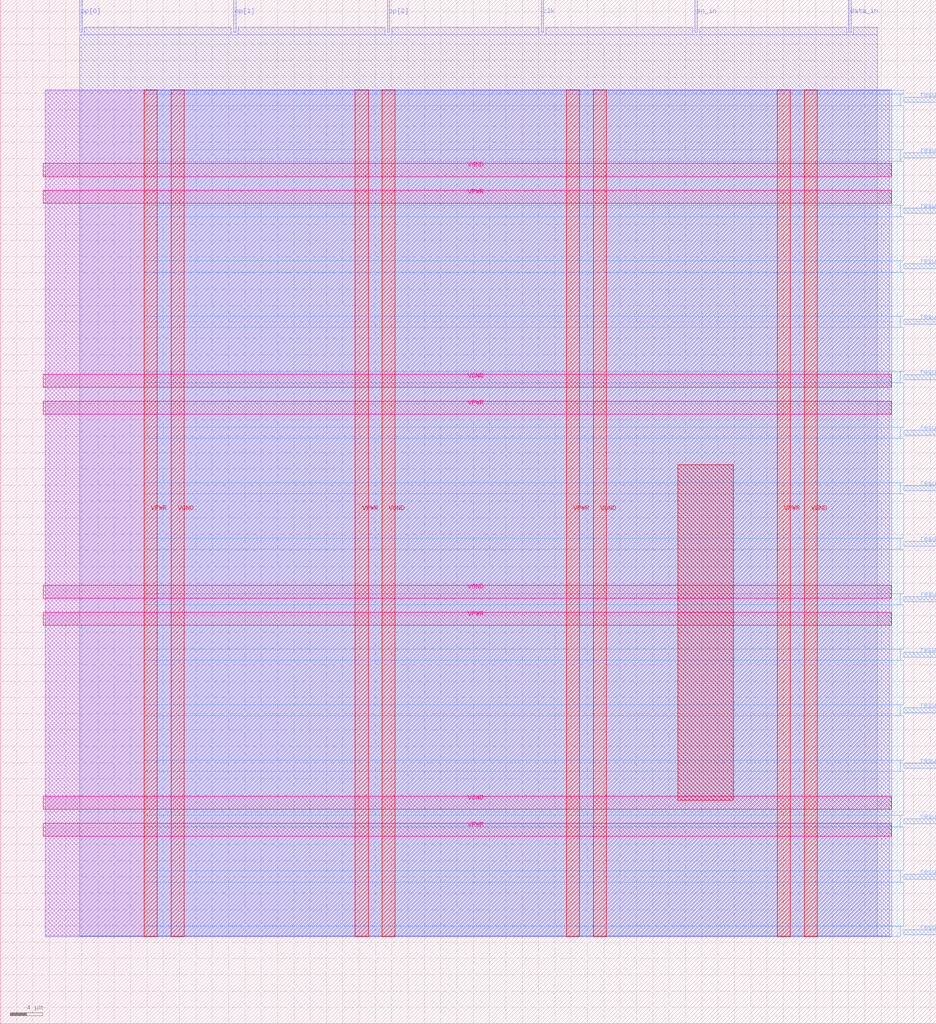
<source format=lef>
VERSION 5.7 ;
  NOWIREEXTENSIONATPIN ON ;
  DIVIDERCHAR "/" ;
  BUSBITCHARS "[]" ;
MACRO ula
  CLASS BLOCK ;
  FOREIGN ula ;
  ORIGIN 0.000 0.000 ;
  SIZE 114.760 BY 125.480 ;
  PIN VGND
    DIRECTION INOUT ;
    USE GROUND ;
    PORT
      LAYER met4 ;
        RECT 20.955 10.640 22.555 114.480 ;
    END
    PORT
      LAYER met4 ;
        RECT 46.830 10.640 48.430 114.480 ;
    END
    PORT
      LAYER met4 ;
        RECT 72.705 10.640 74.305 114.480 ;
    END
    PORT
      LAYER met4 ;
        RECT 98.580 10.640 100.180 114.480 ;
    END
    PORT
      LAYER met5 ;
        RECT 5.280 26.300 109.260 27.900 ;
    END
    PORT
      LAYER met5 ;
        RECT 5.280 52.140 109.260 53.740 ;
    END
    PORT
      LAYER met5 ;
        RECT 5.280 77.980 109.260 79.580 ;
    END
    PORT
      LAYER met5 ;
        RECT 5.280 103.820 109.260 105.420 ;
    END
  END VGND
  PIN VPWR
    DIRECTION INOUT ;
    USE POWER ;
    PORT
      LAYER met4 ;
        RECT 17.655 10.640 19.255 114.480 ;
    END
    PORT
      LAYER met4 ;
        RECT 43.530 10.640 45.130 114.480 ;
    END
    PORT
      LAYER met4 ;
        RECT 69.405 10.640 71.005 114.480 ;
    END
    PORT
      LAYER met4 ;
        RECT 95.280 10.640 96.880 114.480 ;
    END
    PORT
      LAYER met5 ;
        RECT 5.280 23.000 109.260 24.600 ;
    END
    PORT
      LAYER met5 ;
        RECT 5.280 48.840 109.260 50.440 ;
    END
    PORT
      LAYER met5 ;
        RECT 5.280 74.680 109.260 76.280 ;
    END
    PORT
      LAYER met5 ;
        RECT 5.280 100.520 109.260 102.120 ;
    END
  END VPWR
  PIN clk
    DIRECTION INPUT ;
    USE SIGNAL ;
    ANTENNAGATEAREA 0.852000 ;
    PORT
      LAYER met2 ;
        RECT 66.330 121.480 66.610 125.480 ;
    END
  END clk
  PIN data_in
    DIRECTION INPUT ;
    USE SIGNAL ;
    ANTENNAGATEAREA 0.196500 ;
    PORT
      LAYER met2 ;
        RECT 104.050 121.480 104.330 125.480 ;
    END
  END data_in
  PIN en_in
    DIRECTION INPUT ;
    USE SIGNAL ;
    ANTENNAGATEAREA 0.213000 ;
    PORT
      LAYER met2 ;
        RECT 85.190 121.480 85.470 125.480 ;
    END
  END en_in
  PIN op[0]
    DIRECTION INPUT ;
    USE SIGNAL ;
    ANTENNAGATEAREA 0.247500 ;
    PORT
      LAYER met2 ;
        RECT 9.750 121.480 10.030 125.480 ;
    END
  END op[0]
  PIN op[1]
    DIRECTION INPUT ;
    USE SIGNAL ;
    ANTENNAGATEAREA 0.247500 ;
    PORT
      LAYER met2 ;
        RECT 28.610 121.480 28.890 125.480 ;
    END
  END op[1]
  PIN op[2]
    DIRECTION INPUT ;
    USE SIGNAL ;
    ANTENNAGATEAREA 0.213000 ;
    PORT
      LAYER met2 ;
        RECT 47.470 121.480 47.750 125.480 ;
    END
  END op[2]
  PIN result[0]
    DIRECTION OUTPUT TRISTATE ;
    USE SIGNAL ;
    ANTENNADIFFAREA 0.445500 ;
    PORT
      LAYER met3 ;
        RECT 110.760 10.920 114.760 11.520 ;
    END
  END result[0]
  PIN result[10]
    DIRECTION OUTPUT TRISTATE ;
    USE SIGNAL ;
    ANTENNADIFFAREA 0.445500 ;
    PORT
      LAYER met3 ;
        RECT 110.760 78.920 114.760 79.520 ;
    END
  END result[10]
  PIN result[11]
    DIRECTION OUTPUT TRISTATE ;
    USE SIGNAL ;
    ANTENNADIFFAREA 0.445500 ;
    PORT
      LAYER met3 ;
        RECT 110.760 85.720 114.760 86.320 ;
    END
  END result[11]
  PIN result[12]
    DIRECTION OUTPUT TRISTATE ;
    USE SIGNAL ;
    ANTENNADIFFAREA 0.445500 ;
    PORT
      LAYER met3 ;
        RECT 110.760 92.520 114.760 93.120 ;
    END
  END result[12]
  PIN result[13]
    DIRECTION OUTPUT TRISTATE ;
    USE SIGNAL ;
    ANTENNADIFFAREA 0.445500 ;
    PORT
      LAYER met3 ;
        RECT 110.760 99.320 114.760 99.920 ;
    END
  END result[13]
  PIN result[14]
    DIRECTION OUTPUT TRISTATE ;
    USE SIGNAL ;
    ANTENNADIFFAREA 0.795200 ;
    PORT
      LAYER met3 ;
        RECT 110.760 106.120 114.760 106.720 ;
    END
  END result[14]
  PIN result[15]
    DIRECTION OUTPUT TRISTATE ;
    USE SIGNAL ;
    ANTENNADIFFAREA 0.795200 ;
    PORT
      LAYER met3 ;
        RECT 110.760 112.920 114.760 113.520 ;
    END
  END result[15]
  PIN result[1]
    DIRECTION OUTPUT TRISTATE ;
    USE SIGNAL ;
    ANTENNADIFFAREA 0.445500 ;
    PORT
      LAYER met3 ;
        RECT 110.760 17.720 114.760 18.320 ;
    END
  END result[1]
  PIN result[2]
    DIRECTION OUTPUT TRISTATE ;
    USE SIGNAL ;
    ANTENNADIFFAREA 0.445500 ;
    PORT
      LAYER met3 ;
        RECT 110.760 24.520 114.760 25.120 ;
    END
  END result[2]
  PIN result[3]
    DIRECTION OUTPUT TRISTATE ;
    USE SIGNAL ;
    ANTENNADIFFAREA 0.795200 ;
    PORT
      LAYER met3 ;
        RECT 110.760 31.320 114.760 31.920 ;
    END
  END result[3]
  PIN result[4]
    DIRECTION OUTPUT TRISTATE ;
    USE SIGNAL ;
    ANTENNADIFFAREA 0.795200 ;
    PORT
      LAYER met3 ;
        RECT 110.760 38.120 114.760 38.720 ;
    END
  END result[4]
  PIN result[5]
    DIRECTION OUTPUT TRISTATE ;
    USE SIGNAL ;
    ANTENNADIFFAREA 0.445500 ;
    PORT
      LAYER met3 ;
        RECT 110.760 44.920 114.760 45.520 ;
    END
  END result[5]
  PIN result[6]
    DIRECTION OUTPUT TRISTATE ;
    USE SIGNAL ;
    ANTENNADIFFAREA 0.445500 ;
    PORT
      LAYER met3 ;
        RECT 110.760 51.720 114.760 52.320 ;
    END
  END result[6]
  PIN result[7]
    DIRECTION OUTPUT TRISTATE ;
    USE SIGNAL ;
    ANTENNADIFFAREA 0.445500 ;
    PORT
      LAYER met3 ;
        RECT 110.760 58.520 114.760 59.120 ;
    END
  END result[7]
  PIN result[8]
    DIRECTION OUTPUT TRISTATE ;
    USE SIGNAL ;
    ANTENNADIFFAREA 0.445500 ;
    PORT
      LAYER met3 ;
        RECT 110.760 65.320 114.760 65.920 ;
    END
  END result[8]
  PIN result[9]
    DIRECTION OUTPUT TRISTATE ;
    USE SIGNAL ;
    ANTENNADIFFAREA 0.445500 ;
    PORT
      LAYER met3 ;
        RECT 110.760 72.120 114.760 72.720 ;
    END
  END result[9]
  OBS
      LAYER li1 ;
        RECT 5.520 10.795 109.020 114.325 ;
      LAYER met1 ;
        RECT 5.520 10.640 109.320 114.480 ;
      LAYER met2 ;
        RECT 10.310 121.200 28.330 122.130 ;
        RECT 29.170 121.200 47.190 122.130 ;
        RECT 48.030 121.200 66.050 122.130 ;
        RECT 66.890 121.200 84.910 122.130 ;
        RECT 85.750 121.200 103.770 122.130 ;
        RECT 104.610 121.200 107.540 122.130 ;
        RECT 9.760 10.695 107.540 121.200 ;
      LAYER met3 ;
        RECT 17.665 113.920 110.760 114.405 ;
        RECT 17.665 112.520 110.360 113.920 ;
        RECT 17.665 107.120 110.760 112.520 ;
        RECT 17.665 105.720 110.360 107.120 ;
        RECT 17.665 100.320 110.760 105.720 ;
        RECT 17.665 98.920 110.360 100.320 ;
        RECT 17.665 93.520 110.760 98.920 ;
        RECT 17.665 92.120 110.360 93.520 ;
        RECT 17.665 86.720 110.760 92.120 ;
        RECT 17.665 85.320 110.360 86.720 ;
        RECT 17.665 79.920 110.760 85.320 ;
        RECT 17.665 78.520 110.360 79.920 ;
        RECT 17.665 73.120 110.760 78.520 ;
        RECT 17.665 71.720 110.360 73.120 ;
        RECT 17.665 66.320 110.760 71.720 ;
        RECT 17.665 64.920 110.360 66.320 ;
        RECT 17.665 59.520 110.760 64.920 ;
        RECT 17.665 58.120 110.360 59.520 ;
        RECT 17.665 52.720 110.760 58.120 ;
        RECT 17.665 51.320 110.360 52.720 ;
        RECT 17.665 45.920 110.760 51.320 ;
        RECT 17.665 44.520 110.360 45.920 ;
        RECT 17.665 39.120 110.760 44.520 ;
        RECT 17.665 37.720 110.360 39.120 ;
        RECT 17.665 32.320 110.760 37.720 ;
        RECT 17.665 30.920 110.360 32.320 ;
        RECT 17.665 25.520 110.760 30.920 ;
        RECT 17.665 24.120 110.360 25.520 ;
        RECT 17.665 18.720 110.760 24.120 ;
        RECT 17.665 17.320 110.360 18.720 ;
        RECT 17.665 11.920 110.760 17.320 ;
        RECT 17.665 10.715 110.360 11.920 ;
      LAYER met4 ;
        RECT 83.095 27.375 89.865 68.505 ;
  END
END ula
END LIBRARY


</source>
